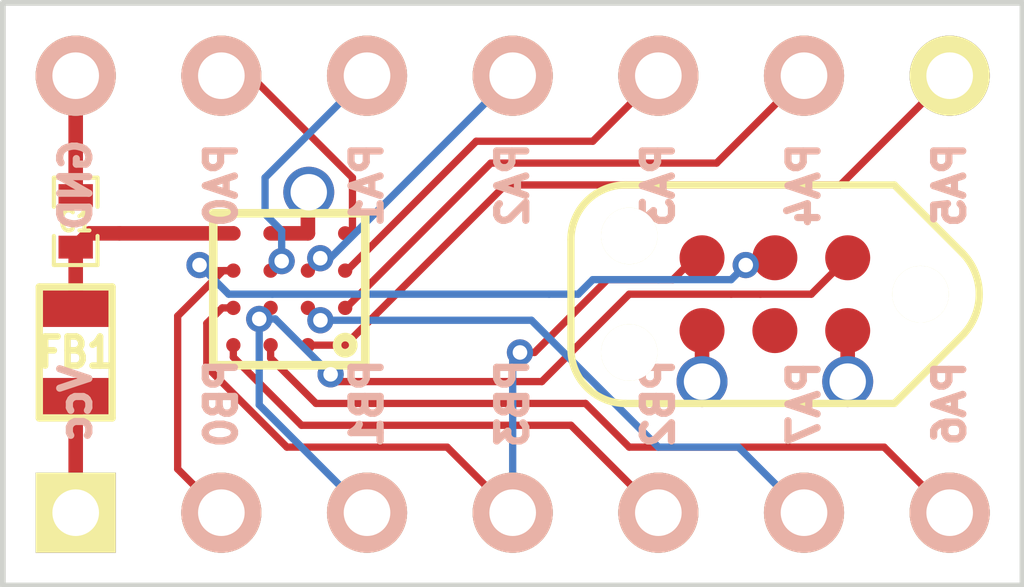
<source format=kicad_pcb>
(kicad_pcb (version 3) (host pcbnew "(2013-june-11)-stable")

  (general
    (links 23)
    (no_connects 0)
    (area 192.110334 92.659999 212.167611 102.920001)
    (thickness 1.6)
    (drawings 18)
    (tracks 107)
    (zones 0)
    (modules 6)
    (nets 16)
  )

  (page A3)
  (layers
    (15 F.Cu signal hide)
    (2 Inner2.Cu signal hide)
    (1 Inner1.Cu signal hide)
    (0 B.Cu signal hide)
    (17 F.Adhes user hide)
    (19 F.Paste user hide)
    (20 B.SilkS user)
    (21 F.SilkS user hide)
    (23 F.Mask user)
    (28 Edge.Cuts user)
  )

  (setup
    (last_trace_width 0.127)
    (trace_clearance 0.127)
    (zone_clearance 0.127)
    (zone_45_only no)
    (trace_min 0.127)
    (segment_width 0.2)
    (edge_width 0.1)
    (via_size 0.4572)
    (via_drill 0.254)
    (via_min_size 0.4572)
    (via_min_drill 0.254)
    (uvia_size 0.508)
    (uvia_drill 0.127)
    (uvias_allowed no)
    (uvia_min_size 0.508)
    (uvia_min_drill 0.127)
    (pcb_text_width 0.3)
    (pcb_text_size 1.5 1.5)
    (mod_edge_width 0.15)
    (mod_text_size 1 1)
    (mod_text_width 0.15)
    (pad_size 1.397 1.397)
    (pad_drill 0.8128)
    (pad_to_mask_clearance 0)
    (aux_axis_origin 0 0)
    (visible_elements FFFFFFBF)
    (pcbplotparams
      (layerselection 280526855)
      (usegerberextensions true)
      (excludeedgelayer true)
      (linewidth 0.150000)
      (plotframeref false)
      (viasonmask false)
      (mode 1)
      (useauxorigin false)
      (hpglpennumber 1)
      (hpglpenspeed 20)
      (hpglpendiameter 15)
      (hpglpenoverlay 2)
      (psnegative false)
      (psa4output false)
      (plotreference true)
      (plotvalue true)
      (plotothertext true)
      (plotinvisibletext false)
      (padsonsilk false)
      (subtractmaskfromsilk false)
      (outputformat 1)
      (mirror false)
      (drillshape 0)
      (scaleselection 1)
      (outputdirectory gerbers/))
  )

  (net 0 "")
  (net 1 /GND)
  (net 2 /PA0)
  (net 3 /PA1)
  (net 4 /PA2)
  (net 5 /PA3)
  (net 6 /PA4)
  (net 7 /PA5)
  (net 8 /PA6)
  (net 9 /PA7)
  (net 10 /PB0)
  (net 11 /PB1)
  (net 12 /PB2)
  (net 13 /PB3)
  (net 14 /VCC)
  (net 15 N-0000011)

  (net_class Default "This is the default net class."
    (clearance 0.127)
    (trace_width 0.127)
    (via_dia 0.4572)
    (via_drill 0.254)
    (uvia_dia 0.508)
    (uvia_drill 0.127)
    (add_net "")
    (add_net /PA0)
    (add_net /PA1)
    (add_net /PA2)
    (add_net /PA3)
    (add_net /PA4)
    (add_net /PA5)
    (add_net /PA6)
    (add_net /PA7)
    (add_net /PB0)
    (add_net /PB1)
    (add_net /PB2)
    (add_net /PB3)
  )

  (net_class Power ""
    (clearance 0.127)
    (trace_width 0.254)
    (via_dia 0.889)
    (via_drill 0.635)
    (uvia_dia 0.508)
    (uvia_drill 0.127)
    (add_net /GND)
    (add_net /VCC)
    (add_net N-0000011)
  )

  (module SIL-7 (layer F.Cu) (tedit 539FE03E) (tstamp 539FD709)
    (at 203.2 101.6)
    (descr "Connecteur 7 pins")
    (tags "CONN DEV")
    (path /539FD6E0)
    (fp_text reference P2 (at 0 -2.54) (layer F.SilkS) hide
      (effects (font (size 1.72974 1.08712) (thickness 0.27178)))
    )
    (fp_text value CONN_7 (at 0 -2.54) (layer F.SilkS) hide
      (effects (font (size 1.524 1.016) (thickness 0.3048)))
    )
    (pad 1 thru_hole rect (at -7.62 0) (size 1.397 1.397) (drill 0.8128)
      (layers *.Cu *.Mask F.SilkS)
      (net 14 /VCC)
    )
    (pad 2 thru_hole circle (at -5.08 0) (size 1.397 1.397) (drill 0.8128)
      (layers *.Cu *.SilkS *.Mask)
      (net 10 /PB0)
    )
    (pad 3 thru_hole circle (at -2.54 0) (size 1.397 1.397) (drill 0.8128)
      (layers *.Cu *.SilkS *.Mask)
      (net 11 /PB1)
    )
    (pad 4 thru_hole circle (at 0 0) (size 1.397 1.397) (drill 0.8128)
      (layers *.Cu *.SilkS *.Mask)
      (net 13 /PB3)
    )
    (pad 5 thru_hole circle (at 2.54 0) (size 1.397 1.397) (drill 0.8128)
      (layers *.Cu *.SilkS *.Mask)
      (net 12 /PB2)
    )
    (pad 6 thru_hole circle (at 5.08 0) (size 1.397 1.397) (drill 0.8128)
      (layers *.Cu *.SilkS *.Mask)
      (net 9 /PA7)
    )
    (pad 7 thru_hole circle (at 7.62 0) (size 1.397 1.397) (drill 0.8128)
      (layers *.Cu *.SilkS *.Mask)
      (net 8 /PA6)
    )
  )

  (module SIL-7 (layer F.Cu) (tedit 539FE020) (tstamp 539FD71B)
    (at 203.2 93.98 180)
    (descr "Connecteur 7 pins")
    (tags "CONN DEV")
    (path /539FD730)
    (fp_text reference P1 (at 0 -2.54 180) (layer F.SilkS) hide
      (effects (font (size 1.72974 1.08712) (thickness 0.27178)))
    )
    (fp_text value CONN_7 (at 0 -2.54 180) (layer F.SilkS) hide
      (effects (font (size 1.524 1.016) (thickness 0.3048)))
    )
    (pad 1 thru_hole circle (at -7.62 0 180) (size 1.397 1.397) (drill 0.8128)
      (layers *.Cu *.Mask F.SilkS)
      (net 7 /PA5)
    )
    (pad 2 thru_hole circle (at -5.08 0 180) (size 1.397 1.397) (drill 0.8128)
      (layers *.Cu *.SilkS *.Mask)
      (net 6 /PA4)
    )
    (pad 3 thru_hole circle (at -2.54 0 180) (size 1.397 1.397) (drill 0.8128)
      (layers *.Cu *.SilkS *.Mask)
      (net 5 /PA3)
    )
    (pad 4 thru_hole circle (at 0 0 180) (size 1.397 1.397) (drill 0.8128)
      (layers *.Cu *.SilkS *.Mask)
      (net 4 /PA2)
    )
    (pad 5 thru_hole circle (at 2.54 0 180) (size 1.397 1.397) (drill 0.8128)
      (layers *.Cu *.SilkS *.Mask)
      (net 3 /PA1)
    )
    (pad 6 thru_hole circle (at 5.08 0 180) (size 1.397 1.397) (drill 0.8128)
      (layers *.Cu *.SilkS *.Mask)
      (net 2 /PA0)
    )
    (pad 7 thru_hole circle (at 7.62 0 180) (size 1.397 1.397) (drill 0.8128)
      (layers *.Cu *.SilkS *.Mask)
      (net 1 /GND)
    )
  )

  (module UFBGA-15 (layer F.Cu) (tedit 539FD5BE) (tstamp 539FD6F7)
    (at 200.279 98.679 180)
    (path /539FD6D1)
    (clearance 0.127)
    (fp_text reference U1 (at 0.9 3.15 180) (layer F.SilkS) hide
      (effects (font (size 1 1) (thickness 0.15)))
    )
    (fp_text value ATTINY20-CCU (at 1.3 -1.15 180) (layer F.SilkS) hide
      (effects (font (size 1 1) (thickness 0.15)))
    )
    (fp_circle (center 0 0) (end 0.1 -0.1) (layer F.SilkS) (width 0.15))
    (fp_line (start -0.35 -0.35) (end 2.3 -0.35) (layer F.SilkS) (width 0.15))
    (fp_line (start 2.3 -0.35) (end 2.3 2.3) (layer F.SilkS) (width 0.15))
    (fp_line (start 2.3 2.3) (end -0.35 2.3) (layer F.SilkS) (width 0.15))
    (fp_line (start -0.35 2.3) (end -0.35 -0.35) (layer F.SilkS) (width 0.15))
    (pad A2 smd circle (at 0.65 0 180) (size 0.25 0.25)
      (layers F.Cu F.Paste F.Mask)
      (net 7 /PA5)
    )
    (pad A3 smd circle (at 1.3 0 180) (size 0.25 0.25)
      (layers F.Cu F.Paste F.Mask)
      (net 8 /PA6)
    )
    (pad A4 smd circle (at 1.95 0 180) (size 0.25 0.25)
      (layers F.Cu F.Paste F.Mask)
      (net 12 /PB2)
    )
    (pad B1 smd circle (at 0 0.65 180) (size 0.25 0.25)
      (layers F.Cu F.Paste F.Mask)
      (net 6 /PA4)
    )
    (pad B2 smd circle (at 0.65 0.65 180) (size 0.25 0.25)
      (layers F.Cu F.Paste F.Mask)
      (net 9 /PA7)
    )
    (pad B3 smd circle (at 1.3 0.65 180) (size 0.25 0.25)
      (layers F.Cu F.Paste F.Mask)
      (net 11 /PB1)
    )
    (pad B4 smd circle (at 1.95 0.65 180) (size 0.25 0.25)
      (layers F.Cu F.Paste F.Mask)
      (net 13 /PB3)
    )
    (pad C1 smd circle (at 0 1.3 180) (size 0.25 0.25)
      (layers F.Cu F.Paste F.Mask)
      (net 5 /PA3)
    )
    (pad C2 smd circle (at 0.65 1.3 180) (size 0.25 0.25)
      (layers F.Cu F.Paste F.Mask)
      (net 4 /PA2)
    )
    (pad C3 smd circle (at 1.3 1.3 180) (size 0.25 0.25)
      (layers F.Cu F.Paste F.Mask)
      (net 3 /PA1)
    )
    (pad C4 smd circle (at 1.95 1.3 180) (size 0.25 0.25)
      (layers F.Cu F.Paste F.Mask)
      (net 10 /PB0)
    )
    (pad D1 smd circle (at 0 1.95 180) (size 0.25 0.25)
      (layers F.Cu F.Paste F.Mask)
      (net 2 /PA0)
    )
    (pad D2 smd circle (at 0.65 1.95 180) (size 0.25 0.25)
      (layers F.Cu F.Paste F.Mask)
      (net 1 /GND)
    )
    (pad D3 smd circle (at 1.3 1.95 180) (size 0.25 0.25)
      (layers F.Cu F.Paste F.Mask)
      (net 1 /GND)
    )
    (pad D4 smd circle (at 1.95 1.95 180) (size 0.25 0.25)
      (layers F.Cu F.Paste F.Mask)
      (net 15 N-0000011)
    )
  )

  (module SM0603 (layer F.Cu) (tedit 539FD6D0) (tstamp 539FD6BC)
    (at 195.58 98.806 90)
    (path /539FD683)
    (attr smd)
    (fp_text reference FB1 (at 0 0 180) (layer F.SilkS)
      (effects (font (size 0.508 0.4572) (thickness 0.1143)))
    )
    (fp_text value FILTER (at 0 0 90) (layer F.SilkS) hide
      (effects (font (size 0.508 0.4572) (thickness 0.1143)))
    )
    (fp_line (start -1.143 -0.635) (end 1.143 -0.635) (layer F.SilkS) (width 0.127))
    (fp_line (start 1.143 -0.635) (end 1.143 0.635) (layer F.SilkS) (width 0.127))
    (fp_line (start 1.143 0.635) (end -1.143 0.635) (layer F.SilkS) (width 0.127))
    (fp_line (start -1.143 0.635) (end -1.143 -0.635) (layer F.SilkS) (width 0.127))
    (pad 1 smd rect (at -0.762 0 90) (size 0.635 1.143)
      (layers F.Cu F.Paste F.Mask)
      (net 14 /VCC)
    )
    (pad 2 smd rect (at 0.762 0 90) (size 0.635 1.143)
      (layers F.Cu F.Paste F.Mask)
      (net 15 N-0000011)
    )
    (model smd\resistors\R0603.wrl
      (at (xyz 0 0 0.001))
      (scale (xyz 0.5 0.5 0.5))
      (rotate (xyz 0 0 0))
    )
  )

  (module SM0402_c (layer F.Cu) (tedit 539FD6D2) (tstamp 539FD6C8)
    (at 195.58 96.52 90)
    (path /539FD64F)
    (attr smd)
    (fp_text reference C1 (at 0 0 180) (layer F.SilkS)
      (effects (font (size 0.35052 0.3048) (thickness 0.07112)))
    )
    (fp_text value CP1 (at 0.09906 0 90) (layer F.SilkS) hide
      (effects (font (size 0.35052 0.3048) (thickness 0.07112)))
    )
    (fp_line (start -0.254 -0.381) (end -0.762 -0.381) (layer F.SilkS) (width 0.07112))
    (fp_line (start -0.762 -0.381) (end -0.762 0.381) (layer F.SilkS) (width 0.07112))
    (fp_line (start -0.762 0.381) (end -0.254 0.381) (layer F.SilkS) (width 0.07112))
    (fp_line (start 0.254 -0.381) (end 0.762 -0.381) (layer F.SilkS) (width 0.07112))
    (fp_line (start 0.762 -0.381) (end 0.762 0.381) (layer F.SilkS) (width 0.07112))
    (fp_line (start 0.762 0.381) (end 0.254 0.381) (layer F.SilkS) (width 0.07112))
    (pad 1 smd rect (at -0.44958 0 90) (size 0.39878 0.59944)
      (layers F.Cu F.Paste F.Mask)
      (net 15 N-0000011)
    )
    (pad 2 smd rect (at 0.44958 0 90) (size 0.39878 0.59944)
      (layers F.Cu F.Paste F.Mask)
      (net 1 /GND)
    )
    (model smd/capacitors/C0402.wrl
      (at (xyz 0 0 0))
      (scale (xyz 0.27 0.27 0.27))
      (rotate (xyz 0 0 0))
    )
  )

  (module TC2030-NL_SMALL (layer F.Cu) (tedit 539FE096) (tstamp 53A03F88)
    (at 207.772 97.79 180)
    (descr "Tag-Connect TC2030-NL footprint by carloscuev@gmail.com")
    (tags "Tag-Connect TC2030-NL")
    (path /539FD8DB)
    (clearance 0.127)
    (attr virtual)
    (fp_text reference P3 (at 0 -2.54 180) (layer F.SilkS) hide
      (effects (font (size 0.75692 0.75692) (thickness 0.127)))
    )
    (fp_text value TC2030-IDC (at 0 2.667 180) (layer F.SilkS) hide
      (effects (font (size 0.75692 0.75692) (thickness 0.127)))
    )
    (fp_line (start 2.6035 1.905) (end -2.0828 1.905) (layer F.SilkS) (width 0.127))
    (fp_line (start 2.6035 -1.905) (end -2.0828 -1.905) (layer F.SilkS) (width 0.127))
    (fp_line (start -3.2639 0.7239) (end -2.0828 1.905) (layer F.SilkS) (width 0.127))
    (fp_line (start -3.2639 -0.7239) (end -2.0828 -1.905) (layer F.SilkS) (width 0.127))
    (fp_arc (start -2.54 0) (end -3.2639 0.7239) (angle 90) (layer F.SilkS) (width 0.127))
    (fp_line (start 3.556 -0.9525) (end 3.556 0.9525) (layer F.SilkS) (width 0.127))
    (fp_arc (start 2.6035 0.9525) (end 3.556 0.9525) (angle 90) (layer F.SilkS) (width 0.127))
    (fp_arc (start 2.6035 -0.9525) (end 2.6035 -1.905) (angle 90) (layer F.SilkS) (width 0.127))
    (pad 1 connect circle (at -1.27 0.635 180) (size 0.78486 0.78486)
      (layers F.Cu F.Mask)
      (net 11 /PB1)
    )
    (pad 2 connect circle (at -1.27 -0.635 180) (size 0.78486 0.78486)
      (layers F.Cu F.Mask)
      (net 14 /VCC)
    )
    (pad 3 connect circle (at 0 0.635 180) (size 0.78486 0.78486)
      (layers F.Cu F.Mask)
      (net 10 /PB0)
    )
    (pad 4 connect circle (at 0 -0.635 180) (size 0.78486 0.78486)
      (layers F.Cu F.Mask)
    )
    (pad 5 connect circle (at 1.27 0.635 180) (size 0.78486 0.78486)
      (layers F.Cu F.Mask)
      (net 13 /PB3)
    )
    (pad 6 connect circle (at 1.27 -0.635 180) (size 0.78486 0.78486)
      (layers F.Cu F.Mask)
      (net 1 /GND)
    )
    (pad "" np_thru_hole circle (at -2.54 0 180) (size 0.98806 0.98806) (drill 0.98806)
      (layers *.Cu *.Mask F.SilkS)
    )
    (pad "" np_thru_hole circle (at 2.54 -1.016 180) (size 0.98552 0.98552) (drill 0.98552)
      (layers *.Cu *.Mask F.SilkS)
    )
    (pad "" np_thru_hole circle (at 2.54 1.016 180) (size 0.98552 0.98552) (drill 0.98552)
      (layers *.Cu *.Mask F.SilkS)
    )
  )

  (gr_text PA5 (at 210.82 95.885 90) (layer B.SilkS)
    (effects (font (size 0.508 0.508) (thickness 0.125)) (justify mirror))
  )
  (gr_text PA4 (at 208.28 95.885 90) (layer B.SilkS)
    (effects (font (size 0.508 0.508) (thickness 0.125)) (justify mirror))
  )
  (gr_text PA3 (at 205.74 95.885 90) (layer B.SilkS)
    (effects (font (size 0.508 0.508) (thickness 0.125)) (justify mirror))
  )
  (gr_text PA2 (at 203.2 95.885 90) (layer B.SilkS)
    (effects (font (size 0.508 0.508) (thickness 0.125)) (justify mirror))
  )
  (gr_text PA1 (at 200.66 95.885 90) (layer B.SilkS)
    (effects (font (size 0.508 0.508) (thickness 0.125)) (justify mirror))
  )
  (gr_text PA0 (at 198.12 95.885 90) (layer B.SilkS)
    (effects (font (size 0.508 0.508) (thickness 0.125)) (justify mirror))
  )
  (gr_text GND (at 195.58 95.885 90) (layer B.SilkS)
    (effects (font (size 0.508 0.508) (thickness 0.125)) (justify mirror))
  )
  (gr_text PA6 (at 210.82 99.695 90) (layer B.SilkS)
    (effects (font (size 0.508 0.508) (thickness 0.127)) (justify mirror))
  )
  (gr_text PA7 (at 208.28 99.695 90) (layer B.SilkS)
    (effects (font (size 0.508 0.508) (thickness 0.127)) (justify mirror))
  )
  (gr_text PB2 (at 205.74 99.695 90) (layer B.SilkS)
    (effects (font (size 0.508 0.508) (thickness 0.127)) (justify mirror))
  )
  (gr_text PB3 (at 203.2 99.695 90) (layer B.SilkS)
    (effects (font (size 0.508 0.508) (thickness 0.127)) (justify mirror))
  )
  (gr_text PB1 (at 200.66 99.695 90) (layer B.SilkS)
    (effects (font (size 0.508 0.508) (thickness 0.127)) (justify mirror))
  )
  (gr_text "PB0\n" (at 198.12 99.695 90) (layer B.SilkS)
    (effects (font (size 0.508 0.508) (thickness 0.127)) (justify mirror))
  )
  (gr_text Vcc (at 195.58 99.695 90) (layer B.SilkS)
    (effects (font (size 0.508 0.508) (thickness 0.125)) (justify mirror))
  )
  (gr_line (start 194.31 102.87) (end 194.31 92.71) (angle 90) (layer Edge.Cuts) (width 0.1))
  (gr_line (start 212.09 102.87) (end 194.31 102.87) (angle 90) (layer Edge.Cuts) (width 0.1))
  (gr_line (start 212.09 92.71) (end 212.09 102.87) (angle 90) (layer Edge.Cuts) (width 0.1))
  (gr_line (start 194.31 92.71) (end 212.09 92.71) (angle 90) (layer Edge.Cuts) (width 0.1))

  (segment (start 199.629 96.729) (end 199.629 96.027) (width 0.254) (layer F.Cu) (net 1))
  (via (at 199.644 96.012) (size 0.889) (layers F.Cu B.Cu) (net 1))
  (segment (start 199.629 96.027) (end 199.644 96.012) (width 0.254) (layer F.Cu) (net 1) (tstamp 539FDA9F))
  (segment (start 199.629 96.729) (end 198.979 96.729) (width 0.254) (layer F.Cu) (net 1))
  (segment (start 206.502 98.425) (end 206.502 99.314) (width 0.254) (layer F.Cu) (net 1))
  (via (at 206.502 99.314) (size 0.889) (layers F.Cu B.Cu) (net 1))
  (segment (start 195.58 96.07042) (end 195.58 93.98) (width 0.254) (layer F.Cu) (net 1))
  (segment (start 200.279 96.729) (end 200.324 96.729) (width 0.127) (layer F.Cu) (net 2))
  (segment (start 198.628 93.98) (end 198.12 93.98) (width 0.127) (layer F.Cu) (net 2) (tstamp 539FDB2E))
  (segment (start 200.406 95.758) (end 198.628 93.98) (width 0.127) (layer F.Cu) (net 2) (tstamp 539FDB2D))
  (segment (start 200.406 96.647) (end 200.406 95.758) (width 0.127) (layer F.Cu) (net 2) (tstamp 539FDB2B))
  (segment (start 200.324 96.729) (end 200.406 96.647) (width 0.127) (layer F.Cu) (net 2) (tstamp 539FDB2A))
  (segment (start 199.17156 97.21342) (end 199.17156 96.68256) (width 0.127) (layer B.Cu) (net 3))
  (segment (start 199.00598 97.379) (end 199.17156 97.21342) (width 0.127) (layer F.Cu) (net 3) (tstamp 539FDD82))
  (via (at 199.17156 97.21342) (size 0.4572) (layers F.Cu B.Cu) (net 3))
  (segment (start 198.979 97.379) (end 199.00598 97.379) (width 0.127) (layer F.Cu) (net 3))
  (segment (start 198.882 95.758) (end 200.66 93.98) (width 0.127) (layer B.Cu) (net 3) (tstamp 539FDDEA))
  (segment (start 198.882 96.393) (end 198.882 95.758) (width 0.127) (layer B.Cu) (net 3) (tstamp 539FDDE9))
  (segment (start 199.17156 96.68256) (end 198.882 96.393) (width 0.127) (layer B.Cu) (net 3) (tstamp 539FDDDF))
  (segment (start 199.84466 97.16262) (end 200.01738 97.16262) (width 0.127) (layer B.Cu) (net 4))
  (segment (start 199.629 97.37828) (end 199.84466 97.16262) (width 0.127) (layer F.Cu) (net 4) (tstamp 539FDD6A))
  (via (at 199.84466 97.16262) (size 0.4572) (layers F.Cu B.Cu) (net 4))
  (segment (start 199.629 97.379) (end 199.629 97.37828) (width 0.127) (layer F.Cu) (net 4))
  (segment (start 200.01738 97.16262) (end 203.2 93.98) (width 0.127) (layer B.Cu) (net 4) (tstamp 539FDDDB))
  (segment (start 200.279 97.379) (end 200.309 97.379) (width 0.127) (layer F.Cu) (net 5))
  (segment (start 204.597 95.123) (end 205.74 93.98) (width 0.127) (layer F.Cu) (net 5) (tstamp 539FDB4F))
  (segment (start 202.565 95.123) (end 204.597 95.123) (width 0.127) (layer F.Cu) (net 5) (tstamp 539FDB46))
  (segment (start 200.309 97.379) (end 202.565 95.123) (width 0.127) (layer F.Cu) (net 5) (tstamp 539FDB44))
  (segment (start 200.279 98.029) (end 200.294 98.029) (width 0.127) (layer F.Cu) (net 6))
  (segment (start 206.756 95.504) (end 208.28 93.98) (width 0.127) (layer F.Cu) (net 6) (tstamp 539FDB60))
  (segment (start 202.819 95.504) (end 206.756 95.504) (width 0.127) (layer F.Cu) (net 6) (tstamp 539FDB56))
  (segment (start 200.294 98.029) (end 202.819 95.504) (width 0.127) (layer F.Cu) (net 6) (tstamp 539FDB53))
  (segment (start 199.629 98.679) (end 200.279 98.679) (width 0.127) (layer F.Cu) (net 7))
  (segment (start 208.915 95.885) (end 210.82 93.98) (width 0.127) (layer F.Cu) (net 7) (tstamp 539FDB6D))
  (segment (start 203.073 95.885) (end 208.915 95.885) (width 0.127) (layer F.Cu) (net 7) (tstamp 539FDB6A))
  (segment (start 200.279 98.679) (end 203.073 95.885) (width 0.127) (layer F.Cu) (net 7) (tstamp 539FDB66))
  (segment (start 198.979 98.679) (end 198.979 98.903) (width 0.127) (layer F.Cu) (net 8))
  (segment (start 209.677 100.457) (end 210.82 101.6) (width 0.127) (layer F.Cu) (net 8) (tstamp 539FDBF3))
  (segment (start 205.232 100.457) (end 209.677 100.457) (width 0.127) (layer F.Cu) (net 8) (tstamp 539FDBEF))
  (segment (start 204.47 99.695) (end 205.232 100.457) (width 0.127) (layer F.Cu) (net 8) (tstamp 539FDBEA))
  (segment (start 199.771 99.695) (end 204.47 99.695) (width 0.127) (layer F.Cu) (net 8) (tstamp 539FDBE5))
  (segment (start 198.979 98.903) (end 199.771 99.695) (width 0.127) (layer F.Cu) (net 8) (tstamp 539FDBE0))
  (segment (start 199.8472 98.24466) (end 203.52766 98.24466) (width 0.127) (layer B.Cu) (net 9))
  (segment (start 199.63154 98.029) (end 199.8472 98.24466) (width 0.127) (layer F.Cu) (net 9) (tstamp 539FDE09))
  (via (at 199.8472 98.24466) (size 0.4572) (layers F.Cu B.Cu) (net 9))
  (segment (start 199.629 98.029) (end 199.63154 98.029) (width 0.127) (layer F.Cu) (net 9))
  (segment (start 207.137 100.457) (end 208.28 101.6) (width 0.127) (layer B.Cu) (net 9) (tstamp 539FDE6D))
  (segment (start 205.74 100.457) (end 207.137 100.457) (width 0.127) (layer B.Cu) (net 9) (tstamp 539FDE69))
  (segment (start 203.52766 98.24466) (end 205.74 100.457) (width 0.127) (layer B.Cu) (net 9) (tstamp 539FDE63))
  (segment (start 207.01 97.536) (end 207.264 97.282) (width 0.127) (layer B.Cu) (net 10))
  (segment (start 198.247 97.79) (end 199.009 97.79) (width 0.127) (layer B.Cu) (net 10) (tstamp 539FDDB8))
  (segment (start 199.009 97.79) (end 203.835 97.79) (width 0.127) (layer B.Cu) (net 10) (tstamp 539FDDBA))
  (segment (start 203.835 97.79) (end 204.343 97.79) (width 0.127) (layer B.Cu) (net 10) (tstamp 539FDDBB))
  (segment (start 204.343 97.79) (end 204.597 97.536) (width 0.127) (layer B.Cu) (net 10) (tstamp 539FDDC0))
  (segment (start 204.597 97.536) (end 205.74 97.536) (width 0.127) (layer B.Cu) (net 10) (tstamp 539FDDC3))
  (segment (start 205.74 97.536) (end 207.01 97.536) (width 0.127) (layer B.Cu) (net 10) (tstamp 539FDDC4))
  (segment (start 198.329 97.379) (end 197.836 97.379) (width 0.127) (layer F.Cu) (net 10))
  (via (at 197.739 97.282) (size 0.4572) (layers F.Cu B.Cu) (net 10))
  (segment (start 197.836 97.379) (end 197.739 97.282) (width 0.127) (layer F.Cu) (net 10) (tstamp 539FDDB1))
  (segment (start 197.739 97.282) (end 198.247 97.79) (width 0.127) (layer B.Cu) (net 10))
  (segment (start 207.391 97.155) (end 207.772 97.155) (width 0.127) (layer F.Cu) (net 10) (tstamp 539FDF11))
  (segment (start 207.264 97.282) (end 207.391 97.155) (width 0.127) (layer F.Cu) (net 10) (tstamp 539FDF10))
  (via (at 207.264 97.282) (size 0.4572) (layers F.Cu B.Cu) (net 10))
  (segment (start 198.329 97.379) (end 198.15 97.379) (width 0.127) (layer F.Cu) (net 10))
  (segment (start 197.358 100.838) (end 198.12 101.6) (width 0.127) (layer F.Cu) (net 10) (tstamp 539FDC11))
  (segment (start 197.358 98.171) (end 197.358 100.838) (width 0.127) (layer F.Cu) (net 10) (tstamp 539FDC0D))
  (segment (start 198.15 97.379) (end 197.358 98.171) (width 0.127) (layer F.Cu) (net 10) (tstamp 539FDC0A))
  (segment (start 207.01 97.79) (end 207.518 97.79) (width 0.127) (layer F.Cu) (net 11))
  (segment (start 209.042 97.155) (end 208.407 97.79) (width 0.127) (layer F.Cu) (net 11) (tstamp 539FDEE7))
  (segment (start 207.518 97.79) (end 208.407 97.79) (width 0.127) (layer F.Cu) (net 11) (tstamp 539FDEE4))
  (segment (start 205.232 97.79) (end 207.01 97.79) (width 0.127) (layer F.Cu) (net 11) (tstamp 539FDED5))
  (segment (start 203.708 99.314) (end 205.232 97.79) (width 0.127) (layer F.Cu) (net 11) (tstamp 539FDECF))
  (segment (start 200.152 99.314) (end 203.708 99.314) (width 0.127) (layer F.Cu) (net 11) (tstamp 539FDECE))
  (segment (start 200.025 99.187) (end 200.152 99.314) (width 0.127) (layer F.Cu) (net 11) (tstamp 539FDECD))
  (via (at 200.025 99.187) (size 0.4572) (layers F.Cu B.Cu) (net 11))
  (segment (start 199.0598 98.2218) (end 200.025 99.187) (width 0.127) (layer B.Cu) (net 11) (tstamp 539FDEC8))
  (segment (start 199.0598 98.2218) (end 198.7804 98.2218) (width 0.127) (layer B.Cu) (net 11))
  (segment (start 198.7804 98.2218) (end 198.7804 99.7204) (width 0.127) (layer B.Cu) (net 11))
  (segment (start 198.9732 98.029) (end 198.7804 98.2218) (width 0.127) (layer F.Cu) (net 11) (tstamp 539FDCCA))
  (via (at 198.7804 98.2218) (size 0.4572) (layers F.Cu B.Cu) (net 11))
  (segment (start 198.979 98.029) (end 198.9732 98.029) (width 0.127) (layer F.Cu) (net 11))
  (segment (start 198.7804 99.7204) (end 200.66 101.6) (width 0.127) (layer B.Cu) (net 11) (tstamp 539FDCD5))
  (segment (start 198.329 98.679) (end 198.329 98.888) (width 0.127) (layer F.Cu) (net 12))
  (segment (start 204.216 100.076) (end 205.74 101.6) (width 0.127) (layer F.Cu) (net 12) (tstamp 539FDBCF))
  (segment (start 199.517 100.076) (end 204.216 100.076) (width 0.127) (layer F.Cu) (net 12) (tstamp 539FDBC5))
  (segment (start 198.329 98.888) (end 199.517 100.076) (width 0.127) (layer F.Cu) (net 12) (tstamp 539FDBC1))
  (segment (start 206.502 97.155) (end 206.374998 97.155) (width 0.127) (layer F.Cu) (net 13))
  (segment (start 203.2 98.933) (end 203.2 101.6) (width 0.127) (layer B.Cu) (net 13) (tstamp 539FDF64))
  (segment (start 203.327 98.806) (end 203.2 98.933) (width 0.127) (layer B.Cu) (net 13) (tstamp 539FDF63))
  (via (at 203.327 98.806) (size 0.4572) (layers F.Cu B.Cu) (net 13))
  (segment (start 203.581 98.806) (end 203.327 98.806) (width 0.127) (layer F.Cu) (net 13) (tstamp 539FDF61))
  (segment (start 204.851002 97.535998) (end 203.581 98.806) (width 0.127) (layer F.Cu) (net 13) (tstamp 539FDF5A))
  (segment (start 205.994 97.535998) (end 204.851002 97.535998) (width 0.127) (layer F.Cu) (net 13) (tstamp 539FDF51))
  (segment (start 206.374998 97.155) (end 205.994 97.535998) (width 0.127) (layer F.Cu) (net 13) (tstamp 539FDF4F))
  (segment (start 198.329 98.029) (end 198.135 98.029) (width 0.127) (layer F.Cu) (net 13))
  (segment (start 202.057 100.457) (end 203.2 101.6) (width 0.127) (layer F.Cu) (net 13) (tstamp 539FDBDC))
  (segment (start 199.263 100.457) (end 202.057 100.457) (width 0.127) (layer F.Cu) (net 13) (tstamp 539FDBDA))
  (segment (start 197.866 99.06) (end 199.263 100.457) (width 0.127) (layer F.Cu) (net 13) (tstamp 539FDBD8))
  (segment (start 197.866 98.298) (end 197.866 99.06) (width 0.127) (layer F.Cu) (net 13) (tstamp 539FDBD5))
  (segment (start 198.135 98.029) (end 197.866 98.298) (width 0.127) (layer F.Cu) (net 13) (tstamp 539FDBD3))
  (segment (start 209.042 98.425) (end 209.042 99.314) (width 0.254) (layer F.Cu) (net 14))
  (via (at 209.042 99.314) (size 0.889) (layers F.Cu B.Cu) (net 14))
  (segment (start 195.58 99.568) (end 195.58 101.6) (width 0.254) (layer F.Cu) (net 14))
  (segment (start 198.329 96.729) (end 196.342 96.729) (width 0.254) (layer F.Cu) (net 15))
  (segment (start 195.82058 96.729) (end 195.58 96.96958) (width 0.254) (layer F.Cu) (net 15) (tstamp 539FD80A))
  (segment (start 196.342 96.729) (end 195.82058 96.729) (width 0.254) (layer F.Cu) (net 15) (tstamp 539FDAD9))
  (segment (start 195.58 98.044) (end 195.58 96.96958) (width 0.254) (layer F.Cu) (net 15))

  (zone (net 1) (net_name /GND) (layer Inner2.Cu) (tstamp 539FDA48) (hatch edge 0.508)
    (connect_pads thru_hole_only (clearance 0.127))
    (min_thickness 0.127)
    (fill (arc_segments 32) (thermal_gap 0.127) (thermal_bridge_width 0.508))
    (polygon
      (pts
        (xy 194.31 92.71) (xy 212.09 92.71) (xy 212.09 102.87) (xy 194.31 102.87)
      )
    )
    (filled_polygon
      (pts
        (xy 211.8495 102.6295) (xy 211.709133 102.6295) (xy 211.709133 94.661151) (xy 211.709007 93.262821) (xy 211.701751 93.226174)
        (xy 211.687514 93.191634) (xy 211.666841 93.160517) (xy 211.640516 93.134008) (xy 211.609545 93.113117) (xy 211.575105 93.09864)
        (xy 211.538509 93.091128) (xy 211.501151 93.090867) (xy 210.102821 93.090993) (xy 210.066174 93.098249) (xy 210.031634 93.112486)
        (xy 210.000517 93.133159) (xy 209.974008 93.159484) (xy 209.953117 93.190455) (xy 209.93864 93.224895) (xy 209.931128 93.261491)
        (xy 209.930867 93.298849) (xy 209.930993 94.697179) (xy 209.938249 94.733826) (xy 209.952486 94.768366) (xy 209.973159 94.799483)
        (xy 209.999484 94.825992) (xy 210.030455 94.846883) (xy 210.064895 94.86136) (xy 210.101491 94.868872) (xy 210.138849 94.869133)
        (xy 211.537179 94.869007) (xy 211.573826 94.861751) (xy 211.608366 94.847514) (xy 211.639483 94.826841) (xy 211.665992 94.800516)
        (xy 211.686883 94.769545) (xy 211.70136 94.735105) (xy 211.708872 94.698509) (xy 211.709133 94.661151) (xy 211.709133 102.6295)
        (xy 211.709038 102.6295) (xy 211.709038 101.512829) (xy 211.675174 101.341808) (xy 211.608738 101.180621) (xy 211.512259 101.035408)
        (xy 211.389411 100.9117) (xy 211.244876 100.814209) (xy 211.084156 100.746649) (xy 210.996559 100.728668) (xy 210.996559 97.722878)
        (xy 210.970485 97.591192) (xy 210.919328 97.467078) (xy 210.845039 97.355264) (xy 210.750447 97.260009) (xy 210.639154 97.184941)
        (xy 210.5154 97.132919) (xy 210.383899 97.105926) (xy 210.249659 97.104989) (xy 210.117794 97.130144) (xy 209.993326 97.180432)
        (xy 209.880996 97.253939) (xy 209.785082 97.347864) (xy 209.709239 97.45863) (xy 209.656355 97.582017) (xy 209.628445 97.713327)
        (xy 209.62657 97.847557) (xy 209.650804 97.979595) (xy 209.700222 98.104411) (xy 209.772943 98.217252) (xy 209.866196 98.313818)
        (xy 209.97643 98.390432) (xy 210.099445 98.444177) (xy 210.230557 98.473003) (xy 210.364771 98.475815) (xy 210.496974 98.452504)
        (xy 210.622133 98.403958) (xy 210.735478 98.332027) (xy 210.832693 98.23945) (xy 210.910075 98.129754) (xy 210.964677 98.007117)
        (xy 210.994418 97.876209) (xy 210.996559 97.722878) (xy 210.996559 100.728668) (xy 210.913375 100.711593) (xy 210.739038 100.710375)
        (xy 210.567784 100.743044) (xy 210.406137 100.808353) (xy 210.260254 100.903817) (xy 210.135692 101.025797) (xy 210.037194 101.169649)
        (xy 209.968514 101.329893) (xy 209.932266 101.500425) (xy 209.929832 101.67475) (xy 209.961304 101.846227) (xy 210.025483 102.008326)
        (xy 210.119926 102.154872) (xy 210.241034 102.280283) (xy 210.384194 102.379782) (xy 210.543955 102.44958) (xy 210.71423 102.487017)
        (xy 210.888533 102.490668) (xy 211.060226 102.460394) (xy 211.222769 102.397348) (xy 211.369971 102.303931) (xy 211.496224 102.183701)
        (xy 211.596721 102.041239) (xy 211.667632 101.88197) (xy 211.706257 101.71196) (xy 211.709038 101.512829) (xy 211.709038 102.6295)
        (xy 209.677027 102.6295) (xy 209.677027 99.251735) (xy 209.652839 99.129577) (xy 209.605384 99.014443) (xy 209.53647 98.91072)
        (xy 209.448722 98.822357) (xy 209.345482 98.752721) (xy 209.230683 98.704464) (xy 209.169038 98.691809) (xy 209.169038 93.892829)
        (xy 209.135174 93.721808) (xy 209.068738 93.560621) (xy 208.972259 93.415408) (xy 208.849411 93.2917) (xy 208.704876 93.194209)
        (xy 208.544156 93.126649) (xy 208.373375 93.091593) (xy 208.199038 93.090375) (xy 208.027784 93.123044) (xy 207.866137 93.188353)
        (xy 207.720254 93.283817) (xy 207.595692 93.405797) (xy 207.497194 93.549649) (xy 207.428514 93.709893) (xy 207.392266 93.880425)
        (xy 207.389832 94.05475) (xy 207.421304 94.226227) (xy 207.485483 94.388326) (xy 207.579926 94.534872) (xy 207.701034 94.660283)
        (xy 207.844194 94.759782) (xy 208.003955 94.82958) (xy 208.17423 94.867017) (xy 208.348533 94.870668) (xy 208.520226 94.840394)
        (xy 208.682769 94.777348) (xy 208.829971 94.683931) (xy 208.956224 94.563701) (xy 209.056721 94.421239) (xy 209.127632 94.26197)
        (xy 209.166257 94.09196) (xy 209.169038 93.892829) (xy 209.169038 98.691809) (xy 209.108697 98.679423) (xy 208.98417 98.678554)
        (xy 208.861846 98.701889) (xy 208.746384 98.748538) (xy 208.642182 98.816726) (xy 208.553208 98.903855) (xy 208.482853 99.006606)
        (xy 208.433796 99.121066) (xy 208.407905 99.242875) (xy 208.406166 99.367392) (xy 208.428646 99.489876) (xy 208.474488 99.605661)
        (xy 208.541947 99.710337) (xy 208.628453 99.799916) (xy 208.73071 99.870987) (xy 208.844825 99.920843) (xy 208.96645 99.947583)
        (xy 209.090952 99.950191) (xy 209.21359 99.928567) (xy 209.329692 99.883534) (xy 209.434836 99.816808) (xy 209.525017 99.730929)
        (xy 209.5968 99.62917) (xy 209.647451 99.515407) (xy 209.675041 99.393972) (xy 209.677027 99.251735) (xy 209.677027 102.6295)
        (xy 209.169038 102.6295) (xy 209.169038 101.512829) (xy 209.135174 101.341808) (xy 209.068738 101.180621) (xy 208.972259 101.035408)
        (xy 208.849411 100.9117) (xy 208.704876 100.814209) (xy 208.544156 100.746649) (xy 208.373375 100.711593) (xy 208.199038 100.710375)
        (xy 208.027784 100.743044) (xy 207.866137 100.808353) (xy 207.720254 100.903817) (xy 207.595692 101.025797) (xy 207.497194 101.169649)
        (xy 207.428514 101.329893) (xy 207.392266 101.500425) (xy 207.389832 101.67475) (xy 207.421304 101.846227) (xy 207.485483 102.008326)
        (xy 207.579926 102.154872) (xy 207.701034 102.280283) (xy 207.844194 102.379782) (xy 208.003955 102.44958) (xy 208.17423 102.487017)
        (xy 208.348533 102.490668) (xy 208.520226 102.460394) (xy 208.682769 102.397348) (xy 208.829971 102.303931) (xy 208.956224 102.183701)
        (xy 209.056721 102.041239) (xy 209.127632 101.88197) (xy 209.166257 101.71196) (xy 209.169038 101.512829) (xy 209.169038 102.6295)
        (xy 206.629038 102.6295) (xy 206.629038 101.512829) (xy 206.629038 93.892829) (xy 206.595174 93.721808) (xy 206.528738 93.560621)
        (xy 206.432259 93.415408) (xy 206.309411 93.2917) (xy 206.164876 93.194209) (xy 206.004156 93.126649) (xy 205.833375 93.091593)
        (xy 205.659038 93.090375) (xy 205.487784 93.123044) (xy 205.326137 93.188353) (xy 205.180254 93.283817) (xy 205.055692 93.405797)
        (xy 204.957194 93.549649) (xy 204.888514 93.709893) (xy 204.852266 93.880425) (xy 204.849832 94.05475) (xy 204.881304 94.226227)
        (xy 204.945483 94.388326) (xy 205.039926 94.534872) (xy 205.161034 94.660283) (xy 205.304194 94.759782) (xy 205.463955 94.82958)
        (xy 205.63423 94.867017) (xy 205.808533 94.870668) (xy 205.980226 94.840394) (xy 206.142769 94.777348) (xy 206.289971 94.683931)
        (xy 206.416224 94.563701) (xy 206.516721 94.421239) (xy 206.587632 94.26197) (xy 206.626257 94.09196) (xy 206.629038 93.892829)
        (xy 206.629038 101.512829) (xy 206.595174 101.341808) (xy 206.528738 101.180621) (xy 206.432259 101.035408) (xy 206.309411 100.9117)
        (xy 206.164876 100.814209) (xy 206.004156 100.746649) (xy 205.915289 100.728407) (xy 205.915289 98.739003) (xy 205.915289 96.707003)
        (xy 205.889263 96.575561) (xy 205.838202 96.451677) (xy 205.764051 96.34007) (xy 205.669634 96.244992) (xy 205.558547 96.170063)
        (xy 205.435023 96.118138) (xy 205.303766 96.091195) (xy 205.169775 96.09026) (xy 205.038154 96.115368) (xy 204.913917 96.165563)
        (xy 204.801795 96.238933) (xy 204.70606 96.332684) (xy 204.630358 96.443244) (xy 204.577572 96.566403) (xy 204.549713 96.697469)
        (xy 204.547842 96.83145) (xy 204.57203 96.963243) (xy 204.621357 97.087828) (xy 204.693943 97.200459) (xy 204.787023 97.296846)
        (xy 204.897052 97.373319) (xy 205.019839 97.426963) (xy 205.150708 97.455736) (xy 205.284673 97.458543) (xy 205.416631 97.435275)
        (xy 205.541557 97.386819) (xy 205.654692 97.315021) (xy 205.751727 97.222616) (xy 205.828966 97.113124) (xy 205.883466 96.990714)
        (xy 205.913152 96.86005) (xy 205.915289 96.707003) (xy 205.915289 98.739003) (xy 205.889263 98.607561) (xy 205.838202 98.483677)
        (xy 205.764051 98.37207) (xy 205.669634 98.276992) (xy 205.558547 98.202063) (xy 205.435023 98.150138) (xy 205.303766 98.123195)
        (xy 205.169775 98.12226) (xy 205.038154 98.147368) (xy 204.913917 98.197563) (xy 204.801795 98.270933) (xy 204.70606 98.364684)
        (xy 204.630358 98.475244) (xy 204.577572 98.598403) (xy 204.549713 98.729469) (xy 204.547842 98.86345) (xy 204.57203 98.995243)
        (xy 204.621357 99.119828) (xy 204.693943 99.232459) (xy 204.787023 99.328846) (xy 204.897052 99.405319) (xy 205.019839 99.458963)
        (xy 205.150708 99.487736) (xy 205.284673 99.490543) (xy 205.416631 99.467275) (xy 205.541557 99.418819) (xy 205.654692 99.347021)
        (xy 205.751727 99.254616) (xy 205.828966 99.145124) (xy 205.883466 99.022714) (xy 205.913152 98.89205) (xy 205.915289 98.739003)
        (xy 205.915289 100.728407) (xy 205.833375 100.711593) (xy 205.659038 100.710375) (xy 205.487784 100.743044) (xy 205.326137 100.808353)
        (xy 205.180254 100.903817) (xy 205.055692 101.025797) (xy 204.957194 101.169649) (xy 204.888514 101.329893) (xy 204.852266 101.500425)
        (xy 204.849832 101.67475) (xy 204.881304 101.846227) (xy 204.945483 102.008326) (xy 205.039926 102.154872) (xy 205.161034 102.280283)
        (xy 205.304194 102.379782) (xy 205.463955 102.44958) (xy 205.63423 102.487017) (xy 205.808533 102.490668) (xy 205.980226 102.460394)
        (xy 206.142769 102.397348) (xy 206.289971 102.303931) (xy 206.416224 102.183701) (xy 206.516721 102.041239) (xy 206.587632 101.88197)
        (xy 206.626257 101.71196) (xy 206.629038 101.512829) (xy 206.629038 102.6295) (xy 204.089038 102.6295) (xy 204.089038 101.512829)
        (xy 204.089038 93.892829) (xy 204.055174 93.721808) (xy 203.988738 93.560621) (xy 203.892259 93.415408) (xy 203.769411 93.2917)
        (xy 203.624876 93.194209) (xy 203.464156 93.126649) (xy 203.293375 93.091593) (xy 203.119038 93.090375) (xy 202.947784 93.123044)
        (xy 202.786137 93.188353) (xy 202.640254 93.283817) (xy 202.515692 93.405797) (xy 202.417194 93.549649) (xy 202.348514 93.709893)
        (xy 202.312266 93.880425) (xy 202.309832 94.05475) (xy 202.341304 94.226227) (xy 202.405483 94.388326) (xy 202.499926 94.534872)
        (xy 202.621034 94.660283) (xy 202.764194 94.759782) (xy 202.923955 94.82958) (xy 203.09423 94.867017) (xy 203.268533 94.870668)
        (xy 203.440226 94.840394) (xy 203.602769 94.777348) (xy 203.749971 94.683931) (xy 203.876224 94.563701) (xy 203.976721 94.421239)
        (xy 204.047632 94.26197) (xy 204.086257 94.09196) (xy 204.089038 93.892829) (xy 204.089038 101.512829) (xy 204.055174 101.341808)
        (xy 203.988738 101.180621) (xy 203.892259 101.035408) (xy 203.769411 100.9117) (xy 203.624876 100.814209) (xy 203.464156 100.746649)
        (xy 203.293375 100.711593) (xy 203.119038 100.710375) (xy 202.947784 100.743044) (xy 202.786137 100.808353) (xy 202.640254 100.903817)
        (xy 202.515692 101.025797) (xy 202.417194 101.169649) (xy 202.348514 101.329893) (xy 202.312266 101.500425) (xy 202.309832 101.67475)
        (xy 202.341304 101.846227) (xy 202.405483 102.008326) (xy 202.499926 102.154872) (xy 202.621034 102.280283) (xy 202.764194 102.379782)
        (xy 202.923955 102.44958) (xy 203.09423 102.487017) (xy 203.268533 102.490668) (xy 203.440226 102.460394) (xy 203.602769 102.397348)
        (xy 203.749971 102.303931) (xy 203.876224 102.183701) (xy 203.976721 102.041239) (xy 204.047632 101.88197) (xy 204.086257 101.71196)
        (xy 204.089038 101.512829) (xy 204.089038 102.6295) (xy 201.549038 102.6295) (xy 201.549038 101.512829) (xy 201.549038 93.892829)
        (xy 201.515174 93.721808) (xy 201.448738 93.560621) (xy 201.352259 93.415408) (xy 201.229411 93.2917) (xy 201.084876 93.194209)
        (xy 200.924156 93.126649) (xy 200.753375 93.091593) (xy 200.579038 93.090375) (xy 200.407784 93.123044) (xy 200.246137 93.188353)
        (xy 200.100254 93.283817) (xy 199.975692 93.405797) (xy 199.877194 93.549649) (xy 199.808514 93.709893) (xy 199.772266 93.880425)
        (xy 199.769832 94.05475) (xy 199.801304 94.226227) (xy 199.865483 94.388326) (xy 199.959926 94.534872) (xy 200.081034 94.660283)
        (xy 200.224194 94.759782) (xy 200.383955 94.82958) (xy 200.55423 94.867017) (xy 200.728533 94.870668) (xy 200.900226 94.840394)
        (xy 201.062769 94.777348) (xy 201.209971 94.683931) (xy 201.336224 94.563701) (xy 201.436721 94.421239) (xy 201.507632 94.26197)
        (xy 201.546257 94.09196) (xy 201.549038 93.892829) (xy 201.549038 101.512829) (xy 201.515174 101.341808) (xy 201.448738 101.180621)
        (xy 201.352259 101.035408) (xy 201.229411 100.9117) (xy 201.084876 100.814209) (xy 200.924156 100.746649) (xy 200.753375 100.711593)
        (xy 200.579038 100.710375) (xy 200.407784 100.743044) (xy 200.246137 100.808353) (xy 200.190118 100.845011) (xy 200.190118 98.129905)
        (xy 200.190118 97.240905) (xy 200.174154 97.160281) (xy 200.142834 97.084292) (xy 200.097351 97.015835) (xy 200.039437 96.957515)
        (xy 199.971299 96.911555) (xy 199.895531 96.879706) (xy 199.81502 96.863179) (xy 199.732832 96.862605) (xy 199.652098 96.878006)
        (xy 199.575893 96.908795) (xy 199.50712 96.953799) (xy 199.45319 97.00661) (xy 199.404437 96.957515) (xy 199.336299 96.911555)
        (xy 199.260531 96.879706) (xy 199.18002 96.863179) (xy 199.097832 96.862605) (xy 199.017098 96.878006) (xy 199.009038 96.881262)
        (xy 199.009038 93.892829) (xy 198.975174 93.721808) (xy 198.908738 93.560621) (xy 198.812259 93.415408) (xy 198.689411 93.2917)
        (xy 198.544876 93.194209) (xy 198.384156 93.126649) (xy 198.213375 93.091593) (xy 198.039038 93.090375) (xy 197.867784 93.123044)
        (xy 197.706137 93.188353) (xy 197.560254 93.283817) (xy 197.435692 93.405797) (xy 197.337194 93.549649) (xy 197.268514 93.709893)
        (xy 197.232266 93.880425) (xy 197.229832 94.05475) (xy 197.261304 94.226227) (xy 197.325483 94.388326) (xy 197.419926 94.534872)
        (xy 197.541034 94.660283) (xy 197.684194 94.759782) (xy 197.843955 94.82958) (xy 198.01423 94.867017) (xy 198.188533 94.870668)
        (xy 198.360226 94.840394) (xy 198.522769 94.777348) (xy 198.669971 94.683931) (xy 198.796224 94.563701) (xy 198.896721 94.421239)
        (xy 198.967632 94.26197) (xy 199.006257 94.09196) (xy 199.009038 93.892829) (xy 199.009038 96.881262) (xy 198.940893 96.908795)
        (xy 198.87212 96.953799) (xy 198.813397 97.011304) (xy 198.766963 97.07912) (xy 198.734585 97.154664) (xy 198.717497 97.235057)
        (xy 198.716349 97.317239) (xy 198.731186 97.398079) (xy 198.761442 97.474497) (xy 198.805965 97.543583) (xy 198.863059 97.602705)
        (xy 198.930549 97.649612) (xy 199.005864 97.682517) (xy 199.086137 97.700166) (xy 199.168309 97.701887) (xy 199.24925 97.687615)
        (xy 199.325877 97.657893) (xy 199.395272 97.613853) (xy 199.454426 97.557522) (xy 199.498059 97.602705) (xy 199.565549 97.649612)
        (xy 199.640864 97.682517) (xy 199.721137 97.700166) (xy 199.803309 97.701887) (xy 199.88425 97.687615) (xy 199.960877 97.657893)
        (xy 200.030272 97.613853) (xy 200.089792 97.557174) (xy 200.137169 97.490013) (xy 200.170598 97.414929) (xy 200.188807 97.334781)
        (xy 200.190118 97.240905) (xy 200.190118 98.129905) (xy 200.174154 98.049281) (xy 200.142834 97.973292) (xy 200.097351 97.904835)
        (xy 200.039437 97.846515) (xy 199.971299 97.800555) (xy 199.895531 97.768706) (xy 199.81502 97.752179) (xy 199.732832 97.751605)
        (xy 199.652098 97.767006) (xy 199.575893 97.797795) (xy 199.50712 97.842799) (xy 199.448397 97.900304) (xy 199.401963 97.96812)
        (xy 199.369585 98.043664) (xy 199.352497 98.124057) (xy 199.351349 98.206239) (xy 199.366186 98.287079) (xy 199.396442 98.363497)
        (xy 199.440965 98.432583) (xy 199.498059 98.491705) (xy 199.565549 98.538612) (xy 199.640864 98.571517) (xy 199.721137 98.589166)
        (xy 199.803309 98.590887) (xy 199.88425 98.576615) (xy 199.960877 98.546893) (xy 200.030272 98.502853) (xy 200.089792 98.446174)
        (xy 200.137169 98.379013) (xy 200.170598 98.303929) (xy 200.188807 98.223781) (xy 200.190118 98.129905) (xy 200.190118 100.845011)
        (xy 200.100254 100.903817) (xy 199.975692 101.025797) (xy 199.877194 101.169649) (xy 199.808514 101.329893) (xy 199.772266 101.500425)
        (xy 199.769832 101.67475) (xy 199.801304 101.846227) (xy 199.865483 102.008326) (xy 199.959926 102.154872) (xy 200.081034 102.280283)
        (xy 200.224194 102.379782) (xy 200.383955 102.44958) (xy 200.55423 102.487017) (xy 200.728533 102.490668) (xy 200.900226 102.460394)
        (xy 201.062769 102.397348) (xy 201.209971 102.303931) (xy 201.336224 102.183701) (xy 201.436721 102.041239) (xy 201.507632 101.88197)
        (xy 201.546257 101.71196) (xy 201.549038 101.512829) (xy 201.549038 102.6295) (xy 199.009038 102.6295) (xy 199.009038 101.512829)
        (xy 198.975174 101.341808) (xy 198.908738 101.180621) (xy 198.812259 101.035408) (xy 198.689411 100.9117) (xy 198.544876 100.814209)
        (xy 198.384156 100.746649) (xy 198.213375 100.711593) (xy 198.039038 100.710375) (xy 197.867784 100.743044) (xy 197.706137 100.808353)
        (xy 197.560254 100.903817) (xy 197.435692 101.025797) (xy 197.337194 101.169649) (xy 197.268514 101.329893) (xy 197.232266 101.500425)
        (xy 197.229832 101.67475) (xy 197.261304 101.846227) (xy 197.325483 102.008326) (xy 197.419926 102.154872) (xy 197.541034 102.280283)
        (xy 197.684194 102.379782) (xy 197.843955 102.44958) (xy 198.01423 102.487017) (xy 198.188533 102.490668) (xy 198.360226 102.460394)
        (xy 198.522769 102.397348) (xy 198.669971 102.303931) (xy 198.796224 102.183701) (xy 198.896721 102.041239) (xy 198.967632 101.88197)
        (xy 199.006257 101.71196) (xy 199.009038 101.512829) (xy 199.009038 102.6295) (xy 196.473075 102.6295) (xy 196.473075 94.000063)
        (xy 196.459964 93.826215) (xy 196.413335 93.658225) (xy 196.398044 93.621127) (xy 196.297317 93.53209) (xy 196.02791 93.801497)
        (xy 196.02791 93.262683) (xy 195.938873 93.161956) (xy 195.773146 93.10783) (xy 195.600063 93.086925) (xy 195.426215 93.100036)
        (xy 195.258225 93.146665) (xy 195.221127 93.161956) (xy 195.13209 93.262683) (xy 195.58 93.710592) (xy 196.02791 93.262683)
        (xy 196.02791 93.801497) (xy 195.849408 93.98) (xy 196.297317 94.42791) (xy 196.398044 94.338873) (xy 196.45217 94.173146)
        (xy 196.473075 94.000063) (xy 196.473075 102.6295) (xy 196.469133 102.6295) (xy 196.469133 102.281151) (xy 196.469007 100.882821)
        (xy 196.461751 100.846174) (xy 196.447514 100.811634) (xy 196.426841 100.780517) (xy 196.400516 100.754008) (xy 196.369545 100.733117)
        (xy 196.335105 100.71864) (xy 196.298509 100.711128) (xy 196.261151 100.710867) (xy 196.02791 100.710888) (xy 196.02791 94.697317)
        (xy 195.58 94.249408) (xy 195.310592 94.518815) (xy 195.310592 93.98) (xy 194.862683 93.53209) (xy 194.761956 93.621127)
        (xy 194.70783 93.786854) (xy 194.686925 93.959937) (xy 194.700036 94.133785) (xy 194.746665 94.301775) (xy 194.761956 94.338873)
        (xy 194.862683 94.42791) (xy 195.310592 93.98) (xy 195.310592 94.518815) (xy 195.13209 94.697317) (xy 195.221127 94.798044)
        (xy 195.386854 94.85217) (xy 195.559937 94.873075) (xy 195.733785 94.859964) (xy 195.901775 94.813335) (xy 195.938873 94.798044)
        (xy 196.02791 94.697317) (xy 196.02791 100.710888) (xy 194.862821 100.710993) (xy 194.826174 100.718249) (xy 194.791634 100.732486)
        (xy 194.760517 100.753159) (xy 194.734008 100.779484) (xy 194.713117 100.810455) (xy 194.69864 100.844895) (xy 194.691128 100.881491)
        (xy 194.690867 100.918849) (xy 194.690993 102.317179) (xy 194.698249 102.353826) (xy 194.712486 102.388366) (xy 194.733159 102.419483)
        (xy 194.759484 102.445992) (xy 194.790455 102.466883) (xy 194.824895 102.48136) (xy 194.861491 102.488872) (xy 194.898849 102.489133)
        (xy 196.297179 102.489007) (xy 196.333826 102.481751) (xy 196.368366 102.467514) (xy 196.399483 102.446841) (xy 196.425992 102.420516)
        (xy 196.446883 102.389545) (xy 196.46136 102.355105) (xy 196.468872 102.318509) (xy 196.469133 102.281151) (xy 196.469133 102.6295)
        (xy 194.5505 102.6295) (xy 194.5505 92.9505) (xy 211.8495 92.9505) (xy 211.8495 102.6295)
      )
    )
  )
  (zone (net 14) (net_name /VCC) (layer Inner1.Cu) (tstamp 539FDA61) (hatch edge 0.508)
    (connect_pads thru_hole_only (clearance 0.127))
    (min_thickness 0.127)
    (fill (arc_segments 32) (thermal_gap 0.127) (thermal_bridge_width 0.508))
    (polygon
      (pts
        (xy 194.31 92.71) (xy 212.09 92.71) (xy 212.09 102.87) (xy 194.31 102.87)
      )
    )
    (filled_polygon
      (pts
        (xy 211.8495 102.6295) (xy 211.709133 102.6295) (xy 211.709133 94.661151) (xy 211.709007 93.262821) (xy 211.701751 93.226174)
        (xy 211.687514 93.191634) (xy 211.666841 93.160517) (xy 211.640516 93.134008) (xy 211.609545 93.113117) (xy 211.575105 93.09864)
        (xy 211.538509 93.091128) (xy 211.501151 93.090867) (xy 210.102821 93.090993) (xy 210.066174 93.098249) (xy 210.031634 93.112486)
        (xy 210.000517 93.133159) (xy 209.974008 93.159484) (xy 209.953117 93.190455) (xy 209.93864 93.224895) (xy 209.931128 93.261491)
        (xy 209.930867 93.298849) (xy 209.930993 94.697179) (xy 209.938249 94.733826) (xy 209.952486 94.768366) (xy 209.973159 94.799483)
        (xy 209.999484 94.825992) (xy 210.030455 94.846883) (xy 210.064895 94.86136) (xy 210.101491 94.868872) (xy 210.138849 94.869133)
        (xy 211.537179 94.869007) (xy 211.573826 94.861751) (xy 211.608366 94.847514) (xy 211.639483 94.826841) (xy 211.665992 94.800516)
        (xy 211.686883 94.769545) (xy 211.70136 94.735105) (xy 211.708872 94.698509) (xy 211.709133 94.661151) (xy 211.709133 102.6295)
        (xy 211.709038 102.6295) (xy 211.709038 101.512829) (xy 211.675174 101.341808) (xy 211.608738 101.180621) (xy 211.512259 101.035408)
        (xy 211.389411 100.9117) (xy 211.244876 100.814209) (xy 211.084156 100.746649) (xy 210.996559 100.728668) (xy 210.996559 97.722878)
        (xy 210.970485 97.591192) (xy 210.919328 97.467078) (xy 210.845039 97.355264) (xy 210.750447 97.260009) (xy 210.639154 97.184941)
        (xy 210.5154 97.132919) (xy 210.383899 97.105926) (xy 210.249659 97.104989) (xy 210.117794 97.130144) (xy 209.993326 97.180432)
        (xy 209.880996 97.253939) (xy 209.785082 97.347864) (xy 209.709239 97.45863) (xy 209.656355 97.582017) (xy 209.628445 97.713327)
        (xy 209.62657 97.847557) (xy 209.650804 97.979595) (xy 209.700222 98.104411) (xy 209.772943 98.217252) (xy 209.866196 98.313818)
        (xy 209.97643 98.390432) (xy 210.099445 98.444177) (xy 210.230557 98.473003) (xy 210.364771 98.475815) (xy 210.496974 98.452504)
        (xy 210.622133 98.403958) (xy 210.735478 98.332027) (xy 210.832693 98.23945) (xy 210.910075 98.129754) (xy 210.964677 98.007117)
        (xy 210.994418 97.876209) (xy 210.996559 97.722878) (xy 210.996559 100.728668) (xy 210.913375 100.711593) (xy 210.739038 100.710375)
        (xy 210.567784 100.743044) (xy 210.406137 100.808353) (xy 210.260254 100.903817) (xy 210.135692 101.025797) (xy 210.037194 101.169649)
        (xy 209.968514 101.329893) (xy 209.932266 101.500425) (xy 209.929832 101.67475) (xy 209.961304 101.846227) (xy 210.025483 102.008326)
        (xy 210.119926 102.154872) (xy 210.241034 102.280283) (xy 210.384194 102.379782) (xy 210.543955 102.44958) (xy 210.71423 102.487017)
        (xy 210.888533 102.490668) (xy 211.060226 102.460394) (xy 211.222769 102.397348) (xy 211.369971 102.303931) (xy 211.496224 102.183701)
        (xy 211.596721 102.041239) (xy 211.667632 101.88197) (xy 211.706257 101.71196) (xy 211.709038 101.512829) (xy 211.709038 102.6295)
        (xy 209.169038 102.6295) (xy 209.169038 101.512829) (xy 209.169038 93.892829) (xy 209.135174 93.721808) (xy 209.068738 93.560621)
        (xy 208.972259 93.415408) (xy 208.849411 93.2917) (xy 208.704876 93.194209) (xy 208.544156 93.126649) (xy 208.373375 93.091593)
        (xy 208.199038 93.090375) (xy 208.027784 93.123044) (xy 207.866137 93.188353) (xy 207.720254 93.283817) (xy 207.595692 93.405797)
        (xy 207.497194 93.549649) (xy 207.428514 93.709893) (xy 207.392266 93.880425) (xy 207.389832 94.05475) (xy 207.421304 94.226227)
        (xy 207.485483 94.388326) (xy 207.579926 94.534872) (xy 207.701034 94.660283) (xy 207.844194 94.759782) (xy 208.003955 94.82958)
        (xy 208.17423 94.867017) (xy 208.348533 94.870668) (xy 208.520226 94.840394) (xy 208.682769 94.777348) (xy 208.829971 94.683931)
        (xy 208.956224 94.563701) (xy 209.056721 94.421239) (xy 209.127632 94.26197) (xy 209.166257 94.09196) (xy 209.169038 93.892829)
        (xy 209.169038 101.512829) (xy 209.135174 101.341808) (xy 209.068738 101.180621) (xy 208.972259 101.035408) (xy 208.849411 100.9117)
        (xy 208.704876 100.814209) (xy 208.544156 100.746649) (xy 208.373375 100.711593) (xy 208.199038 100.710375) (xy 208.027784 100.743044)
        (xy 207.866137 100.808353) (xy 207.720254 100.903817) (xy 207.595692 101.025797) (xy 207.497194 101.169649) (xy 207.428514 101.329893)
        (xy 207.392266 101.500425) (xy 207.389832 101.67475) (xy 207.421304 101.846227) (xy 207.485483 102.008326) (xy 207.579926 102.154872)
        (xy 207.701034 102.280283) (xy 207.844194 102.379782) (xy 208.003955 102.44958) (xy 208.17423 102.487017) (xy 208.348533 102.490668)
        (xy 208.520226 102.460394) (xy 208.682769 102.397348) (xy 208.829971 102.303931) (xy 208.956224 102.183701) (xy 209.056721 102.041239)
        (xy 209.127632 101.88197) (xy 209.166257 101.71196) (xy 209.169038 101.512829) (xy 209.169038 102.6295) (xy 207.137027 102.6295)
        (xy 207.137027 99.251735) (xy 207.112839 99.129577) (xy 207.065384 99.014443) (xy 206.99647 98.91072) (xy 206.908722 98.822357)
        (xy 206.805482 98.752721) (xy 206.690683 98.704464) (xy 206.629038 98.691809) (xy 206.629038 93.892829) (xy 206.595174 93.721808)
        (xy 206.528738 93.560621) (xy 206.432259 93.415408) (xy 206.309411 93.2917) (xy 206.164876 93.194209) (xy 206.004156 93.126649)
        (xy 205.833375 93.091593) (xy 205.659038 93.090375) (xy 205.487784 93.123044) (xy 205.326137 93.188353) (xy 205.180254 93.283817)
        (xy 205.055692 93.405797) (xy 204.957194 93.549649) (xy 204.888514 93.709893) (xy 204.852266 93.880425) (xy 204.849832 94.05475)
        (xy 204.881304 94.226227) (xy 204.945483 94.388326) (xy 205.039926 94.534872) (xy 205.161034 94.660283) (xy 205.304194 94.759782)
        (xy 205.463955 94.82958) (xy 205.63423 94.867017) (xy 205.808533 94.870668) (xy 205.980226 94.840394) (xy 206.142769 94.777348)
        (xy 206.289971 94.683931) (xy 206.416224 94.563701) (xy 206.516721 94.421239) (xy 206.587632 94.26197) (xy 206.626257 94.09196)
        (xy 206.629038 93.892829) (xy 206.629038 98.691809) (xy 206.568697 98.679423) (xy 206.44417 98.678554) (xy 206.321846 98.701889)
        (xy 206.206384 98.748538) (xy 206.102182 98.816726) (xy 206.013208 98.903855) (xy 205.942853 99.006606) (xy 205.915289 99.070918)
        (xy 205.915289 98.739003) (xy 205.915289 96.707003) (xy 205.889263 96.575561) (xy 205.838202 96.451677) (xy 205.764051 96.34007)
        (xy 205.669634 96.244992) (xy 205.558547 96.170063) (xy 205.435023 96.118138) (xy 205.303766 96.091195) (xy 205.169775 96.09026)
        (xy 205.038154 96.115368) (xy 204.913917 96.165563) (xy 204.801795 96.238933) (xy 204.70606 96.332684) (xy 204.630358 96.443244)
        (xy 204.577572 96.566403) (xy 204.549713 96.697469) (xy 204.547842 96.83145) (xy 204.57203 96.963243) (xy 204.621357 97.087828)
        (xy 204.693943 97.200459) (xy 204.787023 97.296846) (xy 204.897052 97.373319) (xy 205.019839 97.426963) (xy 205.150708 97.455736)
        (xy 205.284673 97.458543) (xy 205.416631 97.435275) (xy 205.541557 97.386819) (xy 205.654692 97.315021) (xy 205.751727 97.222616)
        (xy 205.828966 97.113124) (xy 205.883466 96.990714) (xy 205.913152 96.86005) (xy 205.915289 96.707003) (xy 205.915289 98.739003)
        (xy 205.889263 98.607561) (xy 205.838202 98.483677) (xy 205.764051 98.37207) (xy 205.669634 98.276992) (xy 205.558547 98.202063)
        (xy 205.435023 98.150138) (xy 205.303766 98.123195) (xy 205.169775 98.12226) (xy 205.038154 98.147368) (xy 204.913917 98.197563)
        (xy 204.801795 98.270933) (xy 204.70606 98.364684) (xy 204.630358 98.475244) (xy 204.577572 98.598403) (xy 204.549713 98.729469)
        (xy 204.547842 98.86345) (xy 204.57203 98.995243) (xy 204.621357 99.119828) (xy 204.693943 99.232459) (xy 204.787023 99.328846)
        (xy 204.897052 99.405319) (xy 205.019839 99.458963) (xy 205.150708 99.487736) (xy 205.284673 99.490543) (xy 205.416631 99.467275)
        (xy 205.541557 99.418819) (xy 205.654692 99.347021) (xy 205.751727 99.254616) (xy 205.828966 99.145124) (xy 205.883466 99.022714)
        (xy 205.913152 98.89205) (xy 205.915289 98.739003) (xy 205.915289 99.070918) (xy 205.893796 99.121066) (xy 205.867905 99.242875)
        (xy 205.866166 99.367392) (xy 205.888646 99.489876) (xy 205.934488 99.605661) (xy 206.001947 99.710337) (xy 206.088453 99.799916)
        (xy 206.19071 99.870987) (xy 206.304825 99.920843) (xy 206.42645 99.947583) (xy 206.550952 99.950191) (xy 206.67359 99.928567)
        (xy 206.789692 99.883534) (xy 206.894836 99.816808) (xy 206.985017 99.730929) (xy 207.0568 99.62917) (xy 207.107451 99.515407)
        (xy 207.135041 99.393972) (xy 207.137027 99.251735) (xy 207.137027 102.6295) (xy 206.629038 102.6295) (xy 206.629038 101.512829)
        (xy 206.595174 101.341808) (xy 206.528738 101.180621) (xy 206.432259 101.035408) (xy 206.309411 100.9117) (xy 206.164876 100.814209)
        (xy 206.004156 100.746649) (xy 205.833375 100.711593) (xy 205.659038 100.710375) (xy 205.487784 100.743044) (xy 205.326137 100.808353)
        (xy 205.180254 100.903817) (xy 205.055692 101.025797) (xy 204.957194 101.169649) (xy 204.888514 101.329893) (xy 204.852266 101.500425)
        (xy 204.849832 101.67475) (xy 204.881304 101.846227) (xy 204.945483 102.008326) (xy 205.039926 102.154872) (xy 205.161034 102.280283)
        (xy 205.304194 102.379782) (xy 205.463955 102.44958) (xy 205.63423 102.487017) (xy 205.808533 102.490668) (xy 205.980226 102.460394)
        (xy 206.142769 102.397348) (xy 206.289971 102.303931) (xy 206.416224 102.183701) (xy 206.516721 102.041239) (xy 206.587632 101.88197)
        (xy 206.626257 101.71196) (xy 206.629038 101.512829) (xy 206.629038 102.6295) (xy 204.089038 102.6295) (xy 204.089038 101.512829)
        (xy 204.089038 93.892829) (xy 204.055174 93.721808) (xy 203.988738 93.560621) (xy 203.892259 93.415408) (xy 203.769411 93.2917)
        (xy 203.624876 93.194209) (xy 203.464156 93.126649) (xy 203.293375 93.091593) (xy 203.119038 93.090375) (xy 202.947784 93.123044)
        (xy 202.786137 93.188353) (xy 202.640254 93.283817) (xy 202.515692 93.405797) (xy 202.417194 93.549649) (xy 202.348514 93.709893)
        (xy 202.312266 93.880425) (xy 202.309832 94.05475) (xy 202.341304 94.226227) (xy 202.405483 94.388326) (xy 202.499926 94.534872)
        (xy 202.621034 94.660283) (xy 202.764194 94.759782) (xy 202.923955 94.82958) (xy 203.09423 94.867017) (xy 203.268533 94.870668)
        (xy 203.440226 94.840394) (xy 203.602769 94.777348) (xy 203.749971 94.683931) (xy 203.876224 94.563701) (xy 203.976721 94.421239)
        (xy 204.047632 94.26197) (xy 204.086257 94.09196) (xy 204.089038 93.892829) (xy 204.089038 101.512829) (xy 204.055174 101.341808)
        (xy 203.988738 101.180621) (xy 203.892259 101.035408) (xy 203.769411 100.9117) (xy 203.624876 100.814209) (xy 203.464156 100.746649)
        (xy 203.293375 100.711593) (xy 203.119038 100.710375) (xy 202.947784 100.743044) (xy 202.786137 100.808353) (xy 202.640254 100.903817)
        (xy 202.515692 101.025797) (xy 202.417194 101.169649) (xy 202.348514 101.329893) (xy 202.312266 101.500425) (xy 202.309832 101.67475)
        (xy 202.341304 101.846227) (xy 202.405483 102.008326) (xy 202.499926 102.154872) (xy 202.621034 102.280283) (xy 202.764194 102.379782)
        (xy 202.923955 102.44958) (xy 203.09423 102.487017) (xy 203.268533 102.490668) (xy 203.440226 102.460394) (xy 203.602769 102.397348)
        (xy 203.749971 102.303931) (xy 203.876224 102.183701) (xy 203.976721 102.041239) (xy 204.047632 101.88197) (xy 204.086257 101.71196)
        (xy 204.089038 101.512829) (xy 204.089038 102.6295) (xy 201.549038 102.6295) (xy 201.549038 101.512829) (xy 201.549038 93.892829)
        (xy 201.515174 93.721808) (xy 201.448738 93.560621) (xy 201.352259 93.415408) (xy 201.229411 93.2917) (xy 201.084876 93.194209)
        (xy 200.924156 93.126649) (xy 200.753375 93.091593) (xy 200.579038 93.090375) (xy 200.407784 93.123044) (xy 200.246137 93.188353)
        (xy 200.100254 93.283817) (xy 199.975692 93.405797) (xy 199.877194 93.549649) (xy 199.808514 93.709893) (xy 199.772266 93.880425)
        (xy 199.769832 94.05475) (xy 199.801304 94.226227) (xy 199.865483 94.388326) (xy 199.959926 94.534872) (xy 200.081034 94.660283)
        (xy 200.224194 94.759782) (xy 200.383955 94.82958) (xy 200.55423 94.867017) (xy 200.728533 94.870668) (xy 200.900226 94.840394)
        (xy 201.062769 94.777348) (xy 201.209971 94.683931) (xy 201.336224 94.563701) (xy 201.436721 94.421239) (xy 201.507632 94.26197)
        (xy 201.546257 94.09196) (xy 201.549038 93.892829) (xy 201.549038 101.512829) (xy 201.515174 101.341808) (xy 201.448738 101.180621)
        (xy 201.352259 101.035408) (xy 201.229411 100.9117) (xy 201.084876 100.814209) (xy 200.924156 100.746649) (xy 200.753375 100.711593)
        (xy 200.579038 100.710375) (xy 200.407784 100.743044) (xy 200.279027 100.795064) (xy 200.279027 95.949735) (xy 200.254839 95.827577)
        (xy 200.207384 95.712443) (xy 200.13847 95.60872) (xy 200.050722 95.520357) (xy 199.947482 95.450721) (xy 199.832683 95.402464)
        (xy 199.710697 95.377423) (xy 199.58617 95.376554) (xy 199.463846 95.399889) (xy 199.348384 95.446538) (xy 199.244182 95.514726)
        (xy 199.155208 95.601855) (xy 199.084853 95.704606) (xy 199.035796 95.819066) (xy 199.009905 95.940875) (xy 199.009038 96.002954)
        (xy 199.009038 93.892829) (xy 198.975174 93.721808) (xy 198.908738 93.560621) (xy 198.812259 93.415408) (xy 198.689411 93.2917)
        (xy 198.544876 93.194209) (xy 198.384156 93.126649) (xy 198.213375 93.091593) (xy 198.039038 93.090375) (xy 197.867784 93.123044)
        (xy 197.706137 93.188353) (xy 197.560254 93.283817) (xy 197.435692 93.405797) (xy 197.337194 93.549649) (xy 197.268514 93.709893)
        (xy 197.232266 93.880425) (xy 197.229832 94.05475) (xy 197.261304 94.226227) (xy 197.325483 94.388326) (xy 197.419926 94.534872)
        (xy 197.541034 94.660283) (xy 197.684194 94.759782) (xy 197.843955 94.82958) (xy 198.01423 94.867017) (xy 198.188533 94.870668)
        (xy 198.360226 94.840394) (xy 198.522769 94.777348) (xy 198.669971 94.683931) (xy 198.796224 94.563701) (xy 198.896721 94.421239)
        (xy 198.967632 94.26197) (xy 199.006257 94.09196) (xy 199.009038 93.892829) (xy 199.009038 96.002954) (xy 199.008166 96.065392)
        (xy 199.030646 96.187876) (xy 199.076488 96.303661) (xy 199.143947 96.408337) (xy 199.230453 96.497916) (xy 199.33271 96.568987)
        (xy 199.446825 96.618843) (xy 199.56845 96.645583) (xy 199.692952 96.648191) (xy 199.81559 96.626567) (xy 199.931692 96.581534)
        (xy 200.036836 96.514808) (xy 200.127017 96.428929) (xy 200.1988 96.32717) (xy 200.249451 96.213407) (xy 200.277041 96.091972)
        (xy 200.279027 95.949735) (xy 200.279027 100.795064) (xy 200.246137 100.808353) (xy 200.190118 100.845011) (xy 200.190118 98.129905)
        (xy 200.190118 97.240905) (xy 200.174154 97.160281) (xy 200.142834 97.084292) (xy 200.097351 97.015835) (xy 200.039437 96.957515)
        (xy 199.971299 96.911555) (xy 199.895531 96.879706) (xy 199.81502 96.863179) (xy 199.732832 96.862605) (xy 199.652098 96.878006)
        (xy 199.575893 96.908795) (xy 199.50712 96.953799) (xy 199.45319 97.00661) (xy 199.404437 96.957515) (xy 199.336299 96.911555)
        (xy 199.260531 96.879706) (xy 199.18002 96.863179) (xy 199.097832 96.862605) (xy 199.017098 96.878006) (xy 198.940893 96.908795)
        (xy 198.87212 96.953799) (xy 198.813397 97.011304) (xy 198.766963 97.07912) (xy 198.734585 97.154664) (xy 198.717497 97.235057)
        (xy 198.716349 97.317239) (xy 198.731186 97.398079) (xy 198.761442 97.474497) (xy 198.805965 97.543583) (xy 198.863059 97.602705)
        (xy 198.930549 97.649612) (xy 199.005864 97.682517) (xy 199.086137 97.700166) (xy 199.168309 97.701887) (xy 199.24925 97.687615)
        (xy 199.325877 97.657893) (xy 199.395272 97.613853) (xy 199.454426 97.557522) (xy 199.498059 97.602705) (xy 199.565549 97.649612)
        (xy 199.640864 97.682517) (xy 199.721137 97.700166) (xy 199.803309 97.701887) (xy 199.88425 97.687615) (xy 199.960877 97.657893)
        (xy 200.030272 97.613853) (xy 200.089792 97.557174) (xy 200.137169 97.490013) (xy 200.170598 97.414929) (xy 200.188807 97.334781)
        (xy 200.190118 97.240905) (xy 200.190118 98.129905) (xy 200.174154 98.049281) (xy 200.142834 97.973292) (xy 200.097351 97.904835)
        (xy 200.039437 97.846515) (xy 199.971299 97.800555) (xy 199.895531 97.768706) (xy 199.81502 97.752179) (xy 199.732832 97.751605)
        (xy 199.652098 97.767006) (xy 199.575893 97.797795) (xy 199.50712 97.842799) (xy 199.448397 97.900304) (xy 199.401963 97.96812)
        (xy 199.369585 98.043664) (xy 199.352497 98.124057) (xy 199.351349 98.206239) (xy 199.366186 98.287079) (xy 199.396442 98.363497)
        (xy 199.440965 98.432583) (xy 199.498059 98.491705) (xy 199.565549 98.538612) (xy 199.640864 98.571517) (xy 199.721137 98.589166)
        (xy 199.803309 98.590887) (xy 199.88425 98.576615) (xy 199.960877 98.546893) (xy 200.030272 98.502853) (xy 200.089792 98.446174)
        (xy 200.137169 98.379013) (xy 200.170598 98.303929) (xy 200.188807 98.223781) (xy 200.190118 98.129905) (xy 200.190118 100.845011)
        (xy 200.100254 100.903817) (xy 199.975692 101.025797) (xy 199.877194 101.169649) (xy 199.808514 101.329893) (xy 199.772266 101.500425)
        (xy 199.769832 101.67475) (xy 199.801304 101.846227) (xy 199.865483 102.008326) (xy 199.959926 102.154872) (xy 200.081034 102.280283)
        (xy 200.224194 102.379782) (xy 200.383955 102.44958) (xy 200.55423 102.487017) (xy 200.728533 102.490668) (xy 200.900226 102.460394)
        (xy 201.062769 102.397348) (xy 201.209971 102.303931) (xy 201.336224 102.183701) (xy 201.436721 102.041239) (xy 201.507632 101.88197)
        (xy 201.546257 101.71196) (xy 201.549038 101.512829) (xy 201.549038 102.6295) (xy 199.009038 102.6295) (xy 199.009038 101.512829)
        (xy 198.975174 101.341808) (xy 198.908738 101.180621) (xy 198.812259 101.035408) (xy 198.689411 100.9117) (xy 198.544876 100.814209)
        (xy 198.384156 100.746649) (xy 198.213375 100.711593) (xy 198.039038 100.710375) (xy 197.867784 100.743044) (xy 197.706137 100.808353)
        (xy 197.560254 100.903817) (xy 197.435692 101.025797) (xy 197.337194 101.169649) (xy 197.268514 101.329893) (xy 197.232266 101.500425)
        (xy 197.229832 101.67475) (xy 197.261304 101.846227) (xy 197.325483 102.008326) (xy 197.419926 102.154872) (xy 197.541034 102.280283)
        (xy 197.684194 102.379782) (xy 197.843955 102.44958) (xy 198.01423 102.487017) (xy 198.188533 102.490668) (xy 198.360226 102.460394)
        (xy 198.522769 102.397348) (xy 198.669971 102.303931) (xy 198.796224 102.183701) (xy 198.896721 102.041239) (xy 198.967632 101.88197)
        (xy 199.006257 101.71196) (xy 199.009038 101.512829) (xy 199.009038 102.6295) (xy 196.469133 102.6295) (xy 196.469133 102.281151)
        (xy 196.469133 100.918849) (xy 196.469038 100.905251) (xy 196.469038 93.892829) (xy 196.435174 93.721808) (xy 196.368738 93.560621)
        (xy 196.272259 93.415408) (xy 196.149411 93.2917) (xy 196.004876 93.194209) (xy 195.844156 93.126649) (xy 195.673375 93.091593)
        (xy 195.499038 93.090375) (xy 195.327784 93.123044) (xy 195.166137 93.188353) (xy 195.020254 93.283817) (xy 194.895692 93.405797)
        (xy 194.797194 93.549649) (xy 194.728514 93.709893) (xy 194.692266 93.880425) (xy 194.689832 94.05475) (xy 194.721304 94.226227)
        (xy 194.785483 94.388326) (xy 194.879926 94.534872) (xy 195.001034 94.660283) (xy 195.144194 94.759782) (xy 195.303955 94.82958)
        (xy 195.47423 94.867017) (xy 195.648533 94.870668) (xy 195.820226 94.840394) (xy 195.982769 94.777348) (xy 196.129971 94.683931)
        (xy 196.256224 94.563701) (xy 196.356721 94.421239) (xy 196.427632 94.26197) (xy 196.466257 94.09196) (xy 196.469038 93.892829)
        (xy 196.469038 100.905251) (xy 196.468872 100.881491) (xy 196.46136 100.844895) (xy 196.446883 100.810455) (xy 196.425992 100.779484)
        (xy 196.399483 100.753159) (xy 196.368366 100.732486) (xy 196.333826 100.718249) (xy 196.297179 100.710993) (xy 195.818125 100.711)
        (xy 195.7705 100.758625) (xy 195.7705 101.4095) (xy 196.421375 101.4095) (xy 196.469 101.361875) (xy 196.469133 100.918849)
        (xy 196.469133 102.281151) (xy 196.469 101.838125) (xy 196.421375 101.7905) (xy 195.7705 101.7905) (xy 195.7705 102.441375)
        (xy 195.818125 102.489) (xy 196.297179 102.489007) (xy 196.333826 102.481751) (xy 196.368366 102.467514) (xy 196.399483 102.446841)
        (xy 196.425992 102.420516) (xy 196.446883 102.389545) (xy 196.46136 102.355105) (xy 196.468872 102.318509) (xy 196.469133 102.281151)
        (xy 196.469133 102.6295) (xy 195.3895 102.6295) (xy 195.3895 102.441375) (xy 195.3895 101.7905) (xy 195.3895 101.4095)
        (xy 195.3895 100.758625) (xy 195.341875 100.711) (xy 194.862821 100.710993) (xy 194.826174 100.718249) (xy 194.791634 100.732486)
        (xy 194.760517 100.753159) (xy 194.734008 100.779484) (xy 194.713117 100.810455) (xy 194.69864 100.844895) (xy 194.691128 100.881491)
        (xy 194.690867 100.918849) (xy 194.691 101.361875) (xy 194.738625 101.4095) (xy 195.3895 101.4095) (xy 195.3895 101.7905)
        (xy 194.738625 101.7905) (xy 194.691 101.838125) (xy 194.690867 102.281151) (xy 194.691128 102.318509) (xy 194.69864 102.355105)
        (xy 194.713117 102.389545) (xy 194.734008 102.420516) (xy 194.760517 102.446841) (xy 194.791634 102.467514) (xy 194.826174 102.481751)
        (xy 194.862821 102.489007) (xy 195.341875 102.489) (xy 195.3895 102.441375) (xy 195.3895 102.6295) (xy 194.5505 102.6295)
        (xy 194.5505 92.9505) (xy 211.8495 92.9505) (xy 211.8495 102.6295)
      )
    )
  )
)

</source>
